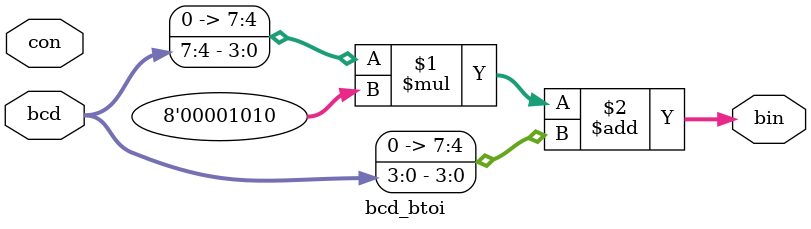
<source format=v>

module bcd_btoi(
	input [7:0] bcd,
	output [7:0] bin,
	input con
);

	assign bin = ({4'h0, bcd[7:4]} * 8'h0A) + {4'h0, bcd[3:0]};

endmodule

</source>
